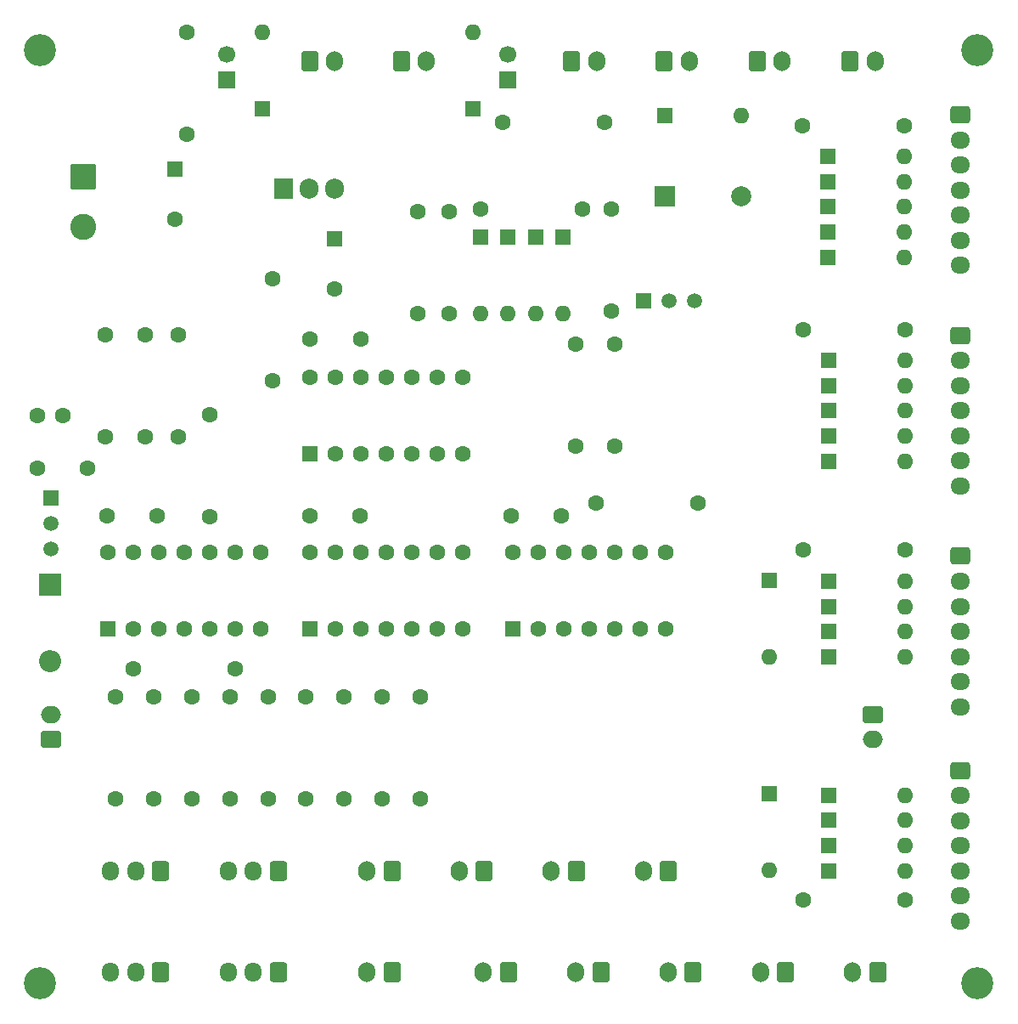
<source format=gts>
%TF.GenerationSoftware,KiCad,Pcbnew,9.0.3*%
%TF.CreationDate,2025-08-27T16:44:28+03:00*%
%TF.ProjectId,Controller,436f6e74-726f-46c6-9c65-722e6b696361,1.0*%
%TF.SameCoordinates,Original*%
%TF.FileFunction,Soldermask,Top*%
%TF.FilePolarity,Negative*%
%FSLAX46Y46*%
G04 Gerber Fmt 4.6, Leading zero omitted, Abs format (unit mm)*
G04 Created by KiCad (PCBNEW 9.0.3) date 2025-08-27 16:44:28*
%MOMM*%
%LPD*%
G01*
G04 APERTURE LIST*
G04 Aperture macros list*
%AMRoundRect*
0 Rectangle with rounded corners*
0 $1 Rounding radius*
0 $2 $3 $4 $5 $6 $7 $8 $9 X,Y pos of 4 corners*
0 Add a 4 corners polygon primitive as box body*
4,1,4,$2,$3,$4,$5,$6,$7,$8,$9,$2,$3,0*
0 Add four circle primitives for the rounded corners*
1,1,$1+$1,$2,$3*
1,1,$1+$1,$4,$5*
1,1,$1+$1,$6,$7*
1,1,$1+$1,$8,$9*
0 Add four rect primitives between the rounded corners*
20,1,$1+$1,$2,$3,$4,$5,0*
20,1,$1+$1,$4,$5,$6,$7,0*
20,1,$1+$1,$6,$7,$8,$9,0*
20,1,$1+$1,$8,$9,$2,$3,0*%
G04 Aperture macros list end*
%ADD10C,1.600000*%
%ADD11RoundRect,0.250000X0.550000X-0.550000X0.550000X0.550000X-0.550000X0.550000X-0.550000X-0.550000X0*%
%ADD12RoundRect,0.250000X0.750000X-0.600000X0.750000X0.600000X-0.750000X0.600000X-0.750000X-0.600000X0*%
%ADD13O,2.000000X1.700000*%
%ADD14R,1.905000X2.000000*%
%ADD15O,1.905000X2.000000*%
%ADD16RoundRect,0.250000X0.600000X0.750000X-0.600000X0.750000X-0.600000X-0.750000X0.600000X-0.750000X0*%
%ADD17O,1.700000X2.000000*%
%ADD18R,1.600000X1.600000*%
%ADD19O,1.600000X1.600000*%
%ADD20R,1.500000X1.500000*%
%ADD21C,1.500000*%
%ADD22RoundRect,0.250000X-0.725000X0.600000X-0.725000X-0.600000X0.725000X-0.600000X0.725000X0.600000X0*%
%ADD23O,1.950000X1.700000*%
%ADD24RoundRect,0.250000X0.600000X0.725000X-0.600000X0.725000X-0.600000X-0.725000X0.600000X-0.725000X0*%
%ADD25O,1.700000X1.950000*%
%ADD26RoundRect,0.250000X-1.050000X1.050000X-1.050000X-1.050000X1.050000X-1.050000X1.050000X1.050000X0*%
%ADD27C,2.600000*%
%ADD28RoundRect,0.250000X-0.600000X-0.750000X0.600000X-0.750000X0.600000X0.750000X-0.600000X0.750000X0*%
%ADD29C,3.200000*%
%ADD30R,1.700000X1.700000*%
%ADD31C,1.700000*%
%ADD32RoundRect,0.250000X-0.550000X0.550000X-0.550000X-0.550000X0.550000X-0.550000X0.550000X0.550000X0*%
%ADD33R,2.200000X2.200000*%
%ADD34O,2.200000X2.200000*%
%ADD35R,2.000000X2.000000*%
%ADD36C,2.000000*%
%ADD37RoundRect,0.250000X-0.750000X0.600000X-0.750000X-0.600000X0.750000X-0.600000X0.750000X0.600000X0*%
G04 APERTURE END LIST*
D10*
%TO.C,R8*%
X107278125Y-99345000D03*
X107278125Y-109505000D03*
%TD*%
%TO.C,R12*%
X132315000Y-50700000D03*
X142475000Y-50700000D03*
%TD*%
D11*
%TO.C,U2*%
X135470000Y-92520000D03*
D10*
X138010000Y-92520000D03*
X140550000Y-92520000D03*
X143090000Y-92520000D03*
X145630000Y-92520000D03*
X148170000Y-92520000D03*
X150710000Y-92520000D03*
X150710000Y-84900000D03*
X148170000Y-84900000D03*
X145630000Y-84900000D03*
X143090000Y-84900000D03*
X140550000Y-84900000D03*
X138010000Y-84900000D03*
X135470000Y-84900000D03*
%TD*%
D12*
%TO.C,J19*%
X89400000Y-103575000D03*
D13*
X89400000Y-101075000D03*
%TD*%
D14*
%TO.C,U5*%
X112670000Y-48650000D03*
D15*
X115210000Y-48650000D03*
X117750000Y-48650000D03*
%TD*%
D16*
%TO.C,J18*%
X135050000Y-126750000D03*
D17*
X132550000Y-126750000D03*
%TD*%
D10*
%TO.C,R3*%
X107780000Y-96520000D03*
X97620000Y-96520000D03*
%TD*%
D18*
%TO.C,D16*%
X166981667Y-87800666D03*
D19*
X174601667Y-87800666D03*
%TD*%
D20*
%TO.C,Q1*%
X148560000Y-59885000D03*
D21*
X151100000Y-59885000D03*
X153640000Y-59885000D03*
%TD*%
D16*
%TO.C,J15*%
X171893750Y-126750000D03*
D17*
X169393750Y-126750000D03*
%TD*%
D10*
%TO.C,R25*%
X94875000Y-63220000D03*
X94875000Y-73380000D03*
%TD*%
D18*
%TO.C,D11*%
X135025000Y-53535000D03*
D19*
X135025000Y-61155000D03*
%TD*%
D22*
%TO.C,J6*%
X180100000Y-106650000D03*
D23*
X180100000Y-109150000D03*
X180100000Y-111650000D03*
X180100000Y-114150000D03*
X180100000Y-116650000D03*
X180100000Y-119150000D03*
X180100000Y-121650000D03*
%TD*%
D10*
%TO.C,R19*%
X143764000Y-80010000D03*
X153924000Y-80010000D03*
%TD*%
D11*
%TO.C,U4*%
X115285000Y-75135000D03*
D10*
X117825000Y-75135000D03*
X120365000Y-75135000D03*
X122905000Y-75135000D03*
X125445000Y-75135000D03*
X127985000Y-75135000D03*
X130525000Y-75135000D03*
X130525000Y-67515000D03*
X127985000Y-67515000D03*
X125445000Y-67515000D03*
X122905000Y-67515000D03*
X120365000Y-67515000D03*
X117825000Y-67515000D03*
X115285000Y-67515000D03*
%TD*%
%TO.C,R23*%
X118668750Y-99345000D03*
X118668750Y-109505000D03*
%TD*%
D18*
%TO.C,D17*%
X166990000Y-109125000D03*
D19*
X174610000Y-109125000D03*
%TD*%
D18*
%TO.C,D13*%
X137750000Y-53535000D03*
D19*
X137750000Y-61155000D03*
%TD*%
D10*
%TO.C,R2*%
X164433333Y-62721167D03*
X174593333Y-62721167D03*
%TD*%
%TO.C,R10*%
X103481250Y-99345000D03*
X103481250Y-109505000D03*
%TD*%
D18*
%TO.C,D23*%
X166990000Y-111625000D03*
D19*
X174610000Y-111625000D03*
%TD*%
D18*
%TO.C,D2*%
X166973333Y-65787834D03*
D19*
X174593333Y-65787834D03*
%TD*%
D16*
%TO.C,J4*%
X141825000Y-116675000D03*
D17*
X139325000Y-116675000D03*
%TD*%
D10*
%TO.C,R22*%
X95887500Y-99345000D03*
X95887500Y-109505000D03*
%TD*%
D18*
%TO.C,D29*%
X161075000Y-87715000D03*
D19*
X161075000Y-95335000D03*
%TD*%
D20*
%TO.C,Q2*%
X89400000Y-79520000D03*
D21*
X89400000Y-82060000D03*
X89400000Y-84600000D03*
%TD*%
D10*
%TO.C,R6*%
X102108000Y-73406000D03*
X102108000Y-63246000D03*
%TD*%
D22*
%TO.C,J2*%
X180108333Y-63296167D03*
D23*
X180108333Y-65796167D03*
X180108333Y-68296167D03*
X180108333Y-70796167D03*
X180108333Y-73296167D03*
X180108333Y-75796167D03*
X180108333Y-78296167D03*
%TD*%
D10*
%TO.C,R18*%
X141780000Y-64210000D03*
X141780000Y-74370000D03*
%TD*%
D18*
%TO.C,D4*%
X166915000Y-52975000D03*
D19*
X174535000Y-52975000D03*
%TD*%
D24*
%TO.C,D10*%
X100375000Y-116675000D03*
D25*
X97875000Y-116675000D03*
X95375000Y-116675000D03*
%TD*%
D18*
%TO.C,D22*%
X166981667Y-90300666D03*
D19*
X174601667Y-90300666D03*
%TD*%
D26*
%TO.C,J7*%
X92657500Y-47475000D03*
D27*
X92657500Y-52475000D03*
%TD*%
D18*
%TO.C,D21*%
X166990000Y-116625000D03*
D19*
X174610000Y-116625000D03*
%TD*%
D10*
%TO.C,R16*%
X164450000Y-119575000D03*
X174610000Y-119575000D03*
%TD*%
D11*
%TO.C,U3*%
X115270000Y-92520000D03*
D10*
X117810000Y-92520000D03*
X120350000Y-92520000D03*
X122890000Y-92520000D03*
X125430000Y-92520000D03*
X127970000Y-92520000D03*
X130510000Y-92520000D03*
X130510000Y-84900000D03*
X127970000Y-84900000D03*
X125430000Y-84900000D03*
X122890000Y-84900000D03*
X120350000Y-84900000D03*
X117810000Y-84900000D03*
X115270000Y-84900000D03*
%TD*%
%TO.C,R21*%
X122465625Y-99345000D03*
X122465625Y-109505000D03*
%TD*%
%TO.C,R4*%
X105250000Y-71220000D03*
X105250000Y-81380000D03*
%TD*%
D18*
%TO.C,D27*%
X166990000Y-75825000D03*
D19*
X174610000Y-75825000D03*
%TD*%
D10*
%TO.C,R7*%
X114871875Y-99345000D03*
X114871875Y-109505000D03*
%TD*%
D28*
%TO.C,J10*%
X169143750Y-36000000D03*
D17*
X171643750Y-36000000D03*
%TD*%
D10*
%TO.C,R28*%
X144655000Y-42050000D03*
X134495000Y-42050000D03*
%TD*%
%TO.C,R27*%
X102975000Y-43265000D03*
X102975000Y-33105000D03*
%TD*%
D29*
%TO.C,H4*%
X181850000Y-127875000D03*
%TD*%
D18*
%TO.C,D8*%
X166973333Y-68287834D03*
D19*
X174593333Y-68287834D03*
%TD*%
D28*
%TO.C,J11*%
X159875000Y-36000000D03*
D17*
X162375000Y-36000000D03*
%TD*%
D28*
%TO.C,J21*%
X115250000Y-36000000D03*
D17*
X117750000Y-36000000D03*
%TD*%
D18*
%TO.C,D20*%
X166990000Y-114125000D03*
D19*
X174610000Y-114125000D03*
%TD*%
D30*
%TO.C,JP2*%
X135000000Y-37800000D03*
D31*
X135000000Y-35260000D03*
%TD*%
D32*
%TO.C,C6*%
X117750000Y-53675000D03*
D10*
X117750000Y-58675000D03*
%TD*%
D18*
%TO.C,D31*%
X131550000Y-40725000D03*
D19*
X131550000Y-33105000D03*
%TD*%
D16*
%TO.C,D15*%
X123475000Y-126750000D03*
D17*
X120975000Y-126750000D03*
%TD*%
D18*
%TO.C,D5*%
X166973333Y-70787834D03*
D19*
X174593333Y-70787834D03*
%TD*%
D18*
%TO.C,D7*%
X166915000Y-47975000D03*
D19*
X174535000Y-47975000D03*
%TD*%
D16*
%TO.C,J8*%
X123475000Y-116675000D03*
D17*
X120975000Y-116675000D03*
%TD*%
D10*
%TO.C,R5*%
X111506000Y-67818000D03*
X111506000Y-57658000D03*
%TD*%
D33*
%TO.C,D30*%
X89350000Y-88090000D03*
D34*
X89350000Y-95710000D03*
%TD*%
D16*
%TO.C,J16*%
X162682813Y-126750000D03*
D17*
X160182813Y-126750000D03*
%TD*%
D18*
%TO.C,D32*%
X110550000Y-40725000D03*
D19*
X110550000Y-33105000D03*
%TD*%
D24*
%TO.C,D25*%
X100375000Y-126750000D03*
D25*
X97875000Y-126750000D03*
X95375000Y-126750000D03*
%TD*%
D11*
%TO.C,U1*%
X95080000Y-92520000D03*
D10*
X97620000Y-92520000D03*
X100160000Y-92520000D03*
X102700000Y-92520000D03*
X105240000Y-92520000D03*
X107780000Y-92520000D03*
X110320000Y-92520000D03*
X110320000Y-84900000D03*
X107780000Y-84900000D03*
X105240000Y-84900000D03*
X102700000Y-84900000D03*
X100160000Y-84900000D03*
X97620000Y-84900000D03*
X95080000Y-84900000D03*
%TD*%
%TO.C,C8*%
X88075000Y-76550000D03*
X93075000Y-76550000D03*
%TD*%
D18*
%TO.C,D18*%
X166981667Y-92800666D03*
D19*
X174601667Y-92800666D03*
%TD*%
D30*
%TO.C,JP1*%
X106925000Y-37800000D03*
D31*
X106925000Y-35260000D03*
%TD*%
D29*
%TO.C,H3*%
X181850000Y-34900000D03*
%TD*%
D10*
%TO.C,R26*%
X98850000Y-63220000D03*
X98850000Y-73380000D03*
%TD*%
D24*
%TO.C,D24*%
X112100000Y-126750000D03*
D25*
X109600000Y-126750000D03*
X107100000Y-126750000D03*
%TD*%
D28*
%TO.C,J13*%
X141337500Y-36000000D03*
D17*
X143837500Y-36000000D03*
%TD*%
D16*
%TO.C,J3*%
X151000000Y-116675000D03*
D17*
X148500000Y-116675000D03*
%TD*%
D18*
%TO.C,D14*%
X132300000Y-53535000D03*
D19*
X132300000Y-61155000D03*
%TD*%
D16*
%TO.C,J17*%
X144260938Y-126750000D03*
D17*
X141760938Y-126750000D03*
%TD*%
D10*
%TO.C,R14*%
X126262500Y-99345000D03*
X126262500Y-109505000D03*
%TD*%
D22*
%TO.C,J5*%
X180116667Y-85292333D03*
D23*
X180116667Y-87792333D03*
X180116667Y-90292333D03*
X180116667Y-92792333D03*
X180116667Y-95292333D03*
X180116667Y-97792333D03*
X180116667Y-100292333D03*
%TD*%
D10*
%TO.C,C4*%
X115285000Y-81250000D03*
X120285000Y-81250000D03*
%TD*%
D16*
%TO.C,J14*%
X153471875Y-126750000D03*
D17*
X150971875Y-126750000D03*
%TD*%
D10*
%TO.C,R11*%
X129175000Y-50995000D03*
X129175000Y-61155000D03*
%TD*%
D35*
%TO.C,BZ1*%
X150650000Y-49425000D03*
D36*
X158250000Y-49425000D03*
%TD*%
D22*
%TO.C,J1*%
X180100000Y-41325000D03*
D23*
X180100000Y-43825000D03*
X180100000Y-46325000D03*
X180100000Y-48825000D03*
X180100000Y-51325000D03*
X180100000Y-53825000D03*
X180100000Y-56325000D03*
%TD*%
D10*
%TO.C,R20*%
X125984000Y-61155000D03*
X125984000Y-50995000D03*
%TD*%
%TO.C,C3*%
X115300000Y-63700000D03*
X120300000Y-63700000D03*
%TD*%
%TO.C,R9*%
X111075000Y-99345000D03*
X111075000Y-109505000D03*
%TD*%
D18*
%TO.C,D26*%
X166915000Y-55525000D03*
D19*
X174535000Y-55525000D03*
%TD*%
D10*
%TO.C,C7*%
X88100000Y-71325000D03*
X90600000Y-71325000D03*
%TD*%
D28*
%TO.C,J12*%
X150606250Y-36000000D03*
D17*
X153106250Y-36000000D03*
%TD*%
D18*
%TO.C,D6*%
X166973333Y-73287834D03*
D19*
X174593333Y-73287834D03*
%TD*%
D10*
%TO.C,C1*%
X95050000Y-81250000D03*
X100050000Y-81250000D03*
%TD*%
%TO.C,R1*%
X164375000Y-42400000D03*
X174535000Y-42400000D03*
%TD*%
%TO.C,C2*%
X135350000Y-81250000D03*
X140350000Y-81250000D03*
%TD*%
D18*
%TO.C,D33*%
X150670000Y-41370000D03*
D19*
X158290000Y-41370000D03*
%TD*%
D18*
%TO.C,D1*%
X166915000Y-45475000D03*
D19*
X174535000Y-45475000D03*
%TD*%
D24*
%TO.C,D9*%
X112100000Y-116675000D03*
D25*
X109600000Y-116675000D03*
X107100000Y-116675000D03*
%TD*%
D32*
%TO.C,C5*%
X101775000Y-46722349D03*
D10*
X101775000Y-51722349D03*
%TD*%
D18*
%TO.C,D28*%
X161075000Y-108990000D03*
D19*
X161075000Y-116610000D03*
%TD*%
D18*
%TO.C,D19*%
X166981667Y-95300666D03*
D19*
X174601667Y-95300666D03*
%TD*%
D10*
%TO.C,R24*%
X99684375Y-99345000D03*
X99684375Y-109505000D03*
%TD*%
D29*
%TO.C,H1*%
X88375000Y-127875000D03*
%TD*%
D18*
%TO.C,D3*%
X166915000Y-50475000D03*
D19*
X174535000Y-50475000D03*
%TD*%
D18*
%TO.C,D12*%
X140475000Y-53535000D03*
D19*
X140475000Y-61155000D03*
%TD*%
D10*
%TO.C,R13*%
X145300000Y-50670000D03*
X145300000Y-60830000D03*
%TD*%
D29*
%TO.C,H2*%
X88375000Y-34900000D03*
%TD*%
D28*
%TO.C,J22*%
X124375000Y-36000000D03*
D17*
X126875000Y-36000000D03*
%TD*%
D16*
%TO.C,J9*%
X132650000Y-116675000D03*
D17*
X130150000Y-116675000D03*
%TD*%
D10*
%TO.C,R15*%
X164441667Y-84692333D03*
X174601667Y-84692333D03*
%TD*%
%TO.C,R17*%
X145630000Y-64210000D03*
X145630000Y-74370000D03*
%TD*%
D37*
%TO.C,J20*%
X171400000Y-101075000D03*
D13*
X171400000Y-103575000D03*
%TD*%
M02*

</source>
